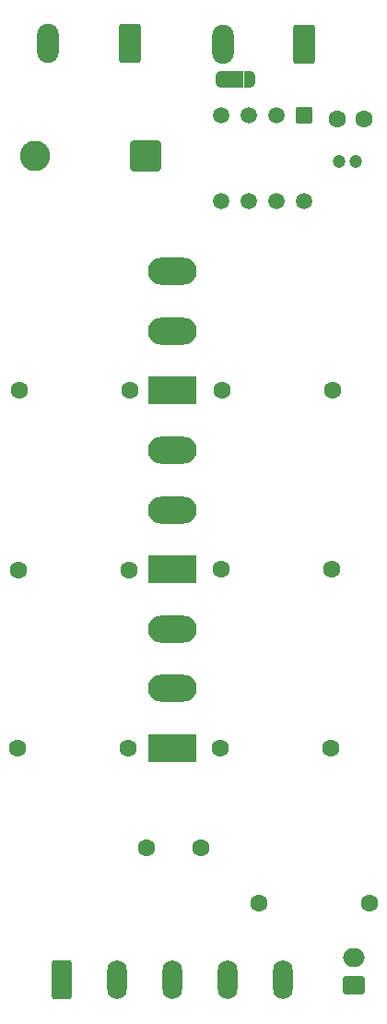
<source format=gbr>
G04 #@! TF.GenerationSoftware,KiCad,Pcbnew,9.0.3*
G04 #@! TF.CreationDate,2025-10-12T17:28:26-05:00*
G04 #@! TF.ProjectId,OSO-SWAT-C1,4f534f2d-5357-4415-942d-43312e6b6963,rev?*
G04 #@! TF.SameCoordinates,Original*
G04 #@! TF.FileFunction,Soldermask,Bot*
G04 #@! TF.FilePolarity,Negative*
%FSLAX46Y46*%
G04 Gerber Fmt 4.6, Leading zero omitted, Abs format (unit mm)*
G04 Created by KiCad (PCBNEW 9.0.3) date 2025-10-12 17:28:26*
%MOMM*%
%LPD*%
G01*
G04 APERTURE LIST*
G04 Aperture macros list*
%AMRoundRect*
0 Rectangle with rounded corners*
0 $1 Rounding radius*
0 $2 $3 $4 $5 $6 $7 $8 $9 X,Y pos of 4 corners*
0 Add a 4 corners polygon primitive as box body*
4,1,4,$2,$3,$4,$5,$6,$7,$8,$9,$2,$3,0*
0 Add four circle primitives for the rounded corners*
1,1,$1+$1,$2,$3*
1,1,$1+$1,$4,$5*
1,1,$1+$1,$6,$7*
1,1,$1+$1,$8,$9*
0 Add four rect primitives between the rounded corners*
20,1,$1+$1,$2,$3,$4,$5,0*
20,1,$1+$1,$4,$5,$6,$7,0*
20,1,$1+$1,$6,$7,$8,$9,0*
20,1,$1+$1,$8,$9,$2,$3,0*%
%AMFreePoly0*
4,1,23,0.550000,-0.750000,0.000000,-0.750000,0.000000,-0.745722,-0.065263,-0.745722,-0.191342,-0.711940,-0.304381,-0.646677,-0.396677,-0.554381,-0.461940,-0.441342,-0.495722,-0.315263,-0.495722,-0.250000,-0.500000,-0.250000,-0.500000,0.250000,-0.495722,0.250000,-0.495722,0.315263,-0.461940,0.441342,-0.396677,0.554381,-0.304381,0.646677,-0.191342,0.711940,-0.065263,0.745722,0.000000,0.745722,
0.000000,0.750000,0.550000,0.750000,0.550000,-0.750000,0.550000,-0.750000,$1*%
%AMFreePoly1*
4,1,23,0.000000,0.745722,0.065263,0.745722,0.191342,0.711940,0.304381,0.646677,0.396677,0.554381,0.461940,0.441342,0.495722,0.315263,0.495722,0.250000,0.500000,0.250000,0.500000,-0.250000,0.495722,-0.250000,0.495722,-0.315263,0.461940,-0.441342,0.396677,-0.554381,0.304381,-0.646677,0.191342,-0.711940,0.065263,-0.745722,0.000000,-0.745722,0.000000,-0.750000,-0.550000,-0.750000,
-0.550000,0.750000,0.000000,0.750000,0.000000,0.745722,0.000000,0.745722,$1*%
G04 Aperture macros list end*
%ADD10C,1.600000*%
%ADD11O,2.000000X1.700000*%
%ADD12RoundRect,0.250000X0.750000X-0.600000X0.750000X0.600000X-0.750000X0.600000X-0.750000X-0.600000X0*%
%ADD13C,1.200000*%
%ADD14R,4.500000X2.500000*%
%ADD15O,4.500000X2.500000*%
%ADD16RoundRect,0.250000X-0.650000X-1.550000X0.650000X-1.550000X0.650000X1.550000X-0.650000X1.550000X0*%
%ADD17O,1.800000X3.600000*%
%ADD18RoundRect,0.250001X1.149999X1.149999X-1.149999X1.149999X-1.149999X-1.149999X1.149999X-1.149999X0*%
%ADD19C,2.800000*%
%ADD20RoundRect,0.250000X0.750000X1.550000X-0.750000X1.550000X-0.750000X-1.550000X0.750000X-1.550000X0*%
%ADD21O,2.000000X3.600000*%
%ADD22RoundRect,0.102000X-0.654000X0.654000X-0.654000X-0.654000X0.654000X-0.654000X0.654000X0.654000X0*%
%ADD23C,1.512000*%
%ADD24FreePoly0,0.000000*%
%ADD25R,1.000000X1.500000*%
%ADD26FreePoly1,0.000000*%
G04 APERTURE END LIST*
G04 #@! TO.C,REF\u002A\u002A*
G36*
X104070000Y-79580000D02*
G01*
X105570000Y-79580000D01*
X105570000Y-78080000D01*
X104070000Y-78080000D01*
X104070000Y-79580000D01*
G37*
G04 #@! TD*
D10*
G04 #@! TO.C,REF\u002A\u002A*
X106990000Y-154470000D03*
X117150000Y-154470000D03*
G04 #@! TD*
D11*
G04 #@! TO.C,REF\u002A\u002A*
X115730000Y-159470000D03*
D12*
X115730000Y-161970000D03*
G04 #@! TD*
D10*
G04 #@! TO.C,REF\u002A\u002A*
X116685000Y-82470000D03*
X114185000Y-82470000D03*
G04 #@! TD*
D13*
G04 #@! TO.C,REF\u002A\u002A*
X114375000Y-86350000D03*
X115875000Y-86350000D03*
G04 #@! TD*
D14*
G04 #@! TO.C,REF\u002A\u002A*
X99065000Y-107380000D03*
D15*
X99065000Y-101930000D03*
X99065000Y-96480000D03*
G04 #@! TD*
D10*
G04 #@! TO.C,REF\u002A\u002A*
X84905000Y-123840000D03*
X95065000Y-123840000D03*
G04 #@! TD*
G04 #@! TO.C,REF\u002A\u002A*
X103455000Y-140200000D03*
X113615000Y-140200000D03*
G04 #@! TD*
G04 #@! TO.C,REF\u002A\u002A*
X84995000Y-107400000D03*
X95155000Y-107400000D03*
G04 #@! TD*
D16*
G04 #@! TO.C,REF\u002A\u002A*
X88887500Y-161487500D03*
D17*
X93967500Y-161487500D03*
X99047500Y-161487500D03*
X104127500Y-161487500D03*
X109207500Y-161487500D03*
G04 #@! TD*
D18*
G04 #@! TO.C,REF\u002A\u002A*
X96600000Y-85880000D03*
D19*
X86440000Y-85880000D03*
G04 #@! TD*
D14*
G04 #@! TO.C,REF\u002A\u002A*
X99065000Y-123780000D03*
D15*
X99065000Y-118330000D03*
X99065000Y-112880000D03*
G04 #@! TD*
D14*
G04 #@! TO.C,REF\u002A\u002A*
X99065000Y-140180000D03*
D15*
X99065000Y-134730000D03*
X99065000Y-129280000D03*
G04 #@! TD*
D20*
G04 #@! TO.C,REF\u002A\u002A*
X111180000Y-75570000D03*
D21*
X103680000Y-75570000D03*
G04 #@! TD*
D10*
G04 #@! TO.C,REF\u002A\u002A*
X103585000Y-107360000D03*
X113745000Y-107360000D03*
G04 #@! TD*
G04 #@! TO.C,REF\u002A\u002A*
X103495000Y-123800000D03*
X113655000Y-123800000D03*
G04 #@! TD*
G04 #@! TO.C,REF\u002A\u002A*
X96650000Y-149380000D03*
X101650000Y-149380000D03*
G04 #@! TD*
G04 #@! TO.C,REF\u002A\u002A*
X84865000Y-140240000D03*
X95025000Y-140240000D03*
G04 #@! TD*
D22*
G04 #@! TO.C,REF\u002A\u002A*
X111180000Y-82165000D03*
D23*
X108640000Y-82165000D03*
X106100000Y-82165000D03*
X103560000Y-82165000D03*
X103560000Y-90035000D03*
X106100000Y-90035000D03*
X108640000Y-90035000D03*
X111180000Y-90035000D03*
G04 #@! TD*
D20*
G04 #@! TO.C,REF\u002A\u002A*
X95150000Y-75557500D03*
D21*
X87650000Y-75557500D03*
G04 #@! TD*
D24*
G04 #@! TO.C,REF\u002A\u002A*
X103520000Y-78830000D03*
D25*
X104820000Y-78830000D03*
D26*
X106120000Y-78830000D03*
G04 #@! TD*
M02*

</source>
